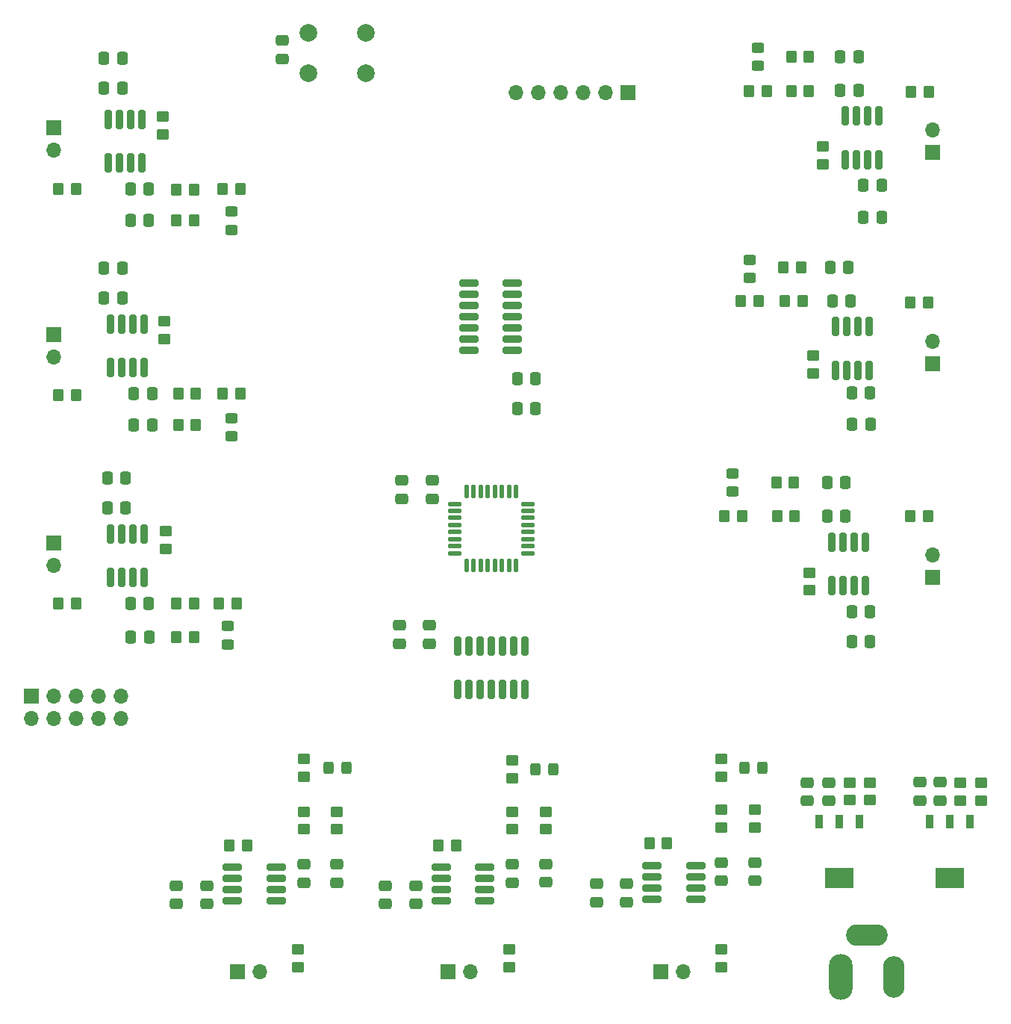
<source format=gbr>
%TF.GenerationSoftware,KiCad,Pcbnew,(6.0.11-0)*%
%TF.CreationDate,2023-11-18T01:36:25-06:00*%
%TF.ProjectId,ECE395_Digital_Target,45434533-3935-45f4-9469-676974616c5f,rev?*%
%TF.SameCoordinates,Original*%
%TF.FileFunction,Soldermask,Top*%
%TF.FilePolarity,Negative*%
%FSLAX46Y46*%
G04 Gerber Fmt 4.6, Leading zero omitted, Abs format (unit mm)*
G04 Created by KiCad (PCBNEW (6.0.11-0)) date 2023-11-18 01:36:25*
%MOMM*%
%LPD*%
G01*
G04 APERTURE LIST*
G04 Aperture macros list*
%AMRoundRect*
0 Rectangle with rounded corners*
0 $1 Rounding radius*
0 $2 $3 $4 $5 $6 $7 $8 $9 X,Y pos of 4 corners*
0 Add a 4 corners polygon primitive as box body*
4,1,4,$2,$3,$4,$5,$6,$7,$8,$9,$2,$3,0*
0 Add four circle primitives for the rounded corners*
1,1,$1+$1,$2,$3*
1,1,$1+$1,$4,$5*
1,1,$1+$1,$6,$7*
1,1,$1+$1,$8,$9*
0 Add four rect primitives between the rounded corners*
20,1,$1+$1,$2,$3,$4,$5,0*
20,1,$1+$1,$4,$5,$6,$7,0*
20,1,$1+$1,$6,$7,$8,$9,0*
20,1,$1+$1,$8,$9,$2,$3,0*%
G04 Aperture macros list end*
%ADD10RoundRect,0.250000X0.337500X0.475000X-0.337500X0.475000X-0.337500X-0.475000X0.337500X-0.475000X0*%
%ADD11RoundRect,0.250000X0.475000X-0.337500X0.475000X0.337500X-0.475000X0.337500X-0.475000X-0.337500X0*%
%ADD12R,1.700000X1.700000*%
%ADD13O,1.700000X1.700000*%
%ADD14RoundRect,0.250000X-0.450000X0.325000X-0.450000X-0.325000X0.450000X-0.325000X0.450000X0.325000X0*%
%ADD15RoundRect,0.250000X-0.337500X-0.475000X0.337500X-0.475000X0.337500X0.475000X-0.337500X0.475000X0*%
%ADD16RoundRect,0.144000X0.943000X0.258000X-0.943000X0.258000X-0.943000X-0.258000X0.943000X-0.258000X0*%
%ADD17RoundRect,0.144000X-0.258000X0.943000X-0.258000X-0.943000X0.258000X-0.943000X0.258000X0.943000X0*%
%ADD18RoundRect,0.250000X-0.350000X-0.450000X0.350000X-0.450000X0.350000X0.450000X-0.350000X0.450000X0*%
%ADD19O,2.704000X5.204000*%
%ADD20O,2.454000X4.704000*%
%ADD21O,4.704000X2.454000*%
%ADD22RoundRect,0.192000X-0.895000X-0.210000X0.895000X-0.210000X0.895000X0.210000X-0.895000X0.210000X0*%
%ADD23RoundRect,0.250000X0.450000X-0.350000X0.450000X0.350000X-0.450000X0.350000X-0.450000X-0.350000X0*%
%ADD24RoundRect,0.250000X0.350000X0.450000X-0.350000X0.450000X-0.350000X-0.450000X0.350000X-0.450000X0*%
%ADD25RoundRect,0.250000X-0.450000X0.350000X-0.450000X-0.350000X0.450000X-0.350000X0.450000X0.350000X0*%
%ADD26R,0.914400X1.600200*%
%ADD27RoundRect,0.192000X0.210000X-0.895000X0.210000X0.895000X-0.210000X0.895000X-0.210000X-0.895000X0*%
%ADD28RoundRect,0.250000X0.325000X0.450000X-0.325000X0.450000X-0.325000X-0.450000X0.325000X-0.450000X0*%
%ADD29RoundRect,0.125000X0.625000X0.125000X-0.625000X0.125000X-0.625000X-0.125000X0.625000X-0.125000X0*%
%ADD30RoundRect,0.125000X0.125000X0.625000X-0.125000X0.625000X-0.125000X-0.625000X0.125000X-0.625000X0*%
%ADD31RoundRect,0.250000X-0.475000X0.337500X-0.475000X-0.337500X0.475000X-0.337500X0.475000X0.337500X0*%
%ADD32RoundRect,0.250000X0.450000X-0.325000X0.450000X0.325000X-0.450000X0.325000X-0.450000X-0.325000X0*%
%ADD33C,2.000000*%
%ADD34RoundRect,0.144000X0.258000X-0.943000X0.258000X0.943000X-0.258000X0.943000X-0.258000X-0.943000X0*%
G04 APERTURE END LIST*
%TO.C,CR2*%
G36*
X162025600Y-131556100D02*
G01*
X158774400Y-131556100D01*
X158774400Y-129244700D01*
X162025600Y-129244700D01*
X162025600Y-131556100D01*
G37*
%TO.C,CR1*%
G36*
X149454100Y-131543400D02*
G01*
X146202900Y-131543400D01*
X146202900Y-129232000D01*
X149454100Y-129232000D01*
X149454100Y-131543400D01*
G37*
%TD*%
D10*
%TO.C,C206*%
X151337500Y-103600000D03*
X149262500Y-103600000D03*
%TD*%
D11*
%TO.C,10uF4*%
X159250000Y-121637500D03*
X159250000Y-119562500D03*
%TD*%
D12*
%TO.C,S2*%
X123925000Y-41400000D03*
D13*
X121385000Y-41400000D03*
X118845000Y-41400000D03*
X116305000Y-41400000D03*
X113765000Y-41400000D03*
X111225000Y-41400000D03*
%TD*%
D14*
%TO.C,D6*%
X135700000Y-84575000D03*
X135700000Y-86625000D03*
%TD*%
D15*
%TO.C,C234*%
X147962500Y-41100000D03*
X150037500Y-41100000D03*
%TD*%
D10*
%TO.C,C232*%
X69937500Y-75500000D03*
X67862500Y-75500000D03*
%TD*%
D16*
%TO.C,OP9*%
X131570000Y-132805000D03*
X131570000Y-131535000D03*
X131570000Y-130265000D03*
X131570000Y-128995000D03*
X126630000Y-128995000D03*
X126630000Y-130265000D03*
X126630000Y-131535000D03*
X126630000Y-132805000D03*
%TD*%
D17*
%TO.C,OP4*%
X152305000Y-44030000D03*
X151035000Y-44030000D03*
X149765000Y-44030000D03*
X148495000Y-44030000D03*
X148495000Y-48970000D03*
X149765000Y-48970000D03*
X151035000Y-48970000D03*
X152305000Y-48970000D03*
%TD*%
%TO.C,OP6*%
X150805000Y-92330000D03*
X149535000Y-92330000D03*
X148265000Y-92330000D03*
X146995000Y-92330000D03*
X146995000Y-97270000D03*
X148265000Y-97270000D03*
X149535000Y-97270000D03*
X150805000Y-97270000D03*
%TD*%
D15*
%TO.C,C212*%
X64462500Y-64700000D03*
X66537500Y-64700000D03*
%TD*%
D11*
%TO.C,10uF1*%
X144200000Y-121687500D03*
X144200000Y-119612500D03*
%TD*%
D15*
%TO.C,C235*%
X147062500Y-65000000D03*
X149137500Y-65000000D03*
%TD*%
D18*
%TO.C,R4*%
X137600000Y-41200000D03*
X139600000Y-41200000D03*
%TD*%
D19*
%TO.C,J0*%
X148000000Y-141600000D03*
D20*
X154000000Y-141600000D03*
D21*
X151000000Y-136900000D03*
%TD*%
D11*
%TO.C,C218*%
X99800000Y-133375000D03*
X99800000Y-131300000D03*
%TD*%
D22*
%TO.C,NOT1*%
X105825000Y-62990000D03*
X105825000Y-64260000D03*
X105825000Y-65530000D03*
X105825000Y-66800000D03*
X105825000Y-68070000D03*
X105825000Y-69340000D03*
X105825000Y-70610000D03*
X110775000Y-70610000D03*
X110775000Y-69340000D03*
X110775000Y-68070000D03*
X110775000Y-66800000D03*
X110775000Y-65530000D03*
X110775000Y-64260000D03*
X110775000Y-62990000D03*
%TD*%
D10*
%TO.C,C205*%
X151375000Y-79000000D03*
X149300000Y-79000000D03*
%TD*%
D23*
%TO.C,R22*%
X71300000Y-69300000D03*
X71300000Y-67300000D03*
%TD*%
D24*
%TO.C,R35*%
X157900000Y-65200000D03*
X155900000Y-65200000D03*
%TD*%
%TO.C,R29*%
X128300000Y-126500000D03*
X126300000Y-126500000D03*
%TD*%
D18*
%TO.C,R11*%
X72700000Y-52380000D03*
X74700000Y-52380000D03*
%TD*%
D10*
%TO.C,C215*%
X151337500Y-75400000D03*
X149262500Y-75400000D03*
%TD*%
%TO.C,C204*%
X152637500Y-55500000D03*
X150562500Y-55500000D03*
%TD*%
D18*
%TO.C,R33*%
X59300000Y-99300000D03*
X61300000Y-99300000D03*
%TD*%
D11*
%TO.C,C241*%
X98000000Y-103837500D03*
X98000000Y-101762500D03*
%TD*%
D23*
%TO.C,R21*%
X71100000Y-46100000D03*
X71100000Y-44100000D03*
%TD*%
D25*
%TO.C,R24*%
X146000000Y-47500000D03*
X146000000Y-49500000D03*
%TD*%
D18*
%TO.C,R5*%
X136700000Y-65000000D03*
X138700000Y-65000000D03*
%TD*%
D25*
%TO.C,R25*%
X144900000Y-71200000D03*
X144900000Y-73200000D03*
%TD*%
D15*
%TO.C,C203*%
X64862500Y-85100000D03*
X66937500Y-85100000D03*
%TD*%
D18*
%TO.C,R13*%
X72700000Y-99300000D03*
X74700000Y-99300000D03*
%TD*%
D16*
%TO.C,OP8*%
X107670000Y-133005000D03*
X107670000Y-131735000D03*
X107670000Y-130465000D03*
X107670000Y-129195000D03*
X102730000Y-129195000D03*
X102730000Y-130465000D03*
X102730000Y-131735000D03*
X102730000Y-133005000D03*
%TD*%
D26*
%TO.C,CR2*%
X162700000Y-123999600D03*
X160400000Y-123999600D03*
X158100000Y-123999600D03*
%TD*%
D15*
%TO.C,C225*%
X146825000Y-61200000D03*
X148900000Y-61200000D03*
%TD*%
D10*
%TO.C,C214*%
X152637500Y-51900000D03*
X150562500Y-51900000D03*
%TD*%
%TO.C,C233*%
X69537500Y-99300000D03*
X67462500Y-99300000D03*
%TD*%
D25*
%TO.C,R101*%
X161600000Y-119650000D03*
X161600000Y-121650000D03*
%TD*%
D11*
%TO.C,C217*%
X76100000Y-133337500D03*
X76100000Y-131262500D03*
%TD*%
%TO.C,C208*%
X96400000Y-133337500D03*
X96400000Y-131262500D03*
%TD*%
D15*
%TO.C,C211*%
X64462500Y-40900000D03*
X66537500Y-40900000D03*
%TD*%
D23*
%TO.C,R9*%
X134500000Y-118900000D03*
X134500000Y-116900000D03*
%TD*%
D15*
%TO.C,C224*%
X147962500Y-37300000D03*
X150037500Y-37300000D03*
%TD*%
D23*
%TO.C,R49*%
X138300000Y-124700000D03*
X138300000Y-122700000D03*
%TD*%
D15*
%TO.C,C202*%
X64462500Y-61300000D03*
X66537500Y-61300000D03*
%TD*%
D12*
%TO.C,J1*%
X58800000Y-45400000D03*
D13*
X58800000Y-47940000D03*
%TD*%
D12*
%TO.C,J7*%
X79600000Y-141000000D03*
D13*
X82140000Y-141000000D03*
%TD*%
D26*
%TO.C,CR1*%
X150128500Y-123986900D03*
X147828500Y-123986900D03*
X145528500Y-123986900D03*
%TD*%
D15*
%TO.C,C236*%
X146462500Y-89400000D03*
X148537500Y-89400000D03*
%TD*%
D11*
%TO.C,C207*%
X72700000Y-133337500D03*
X72700000Y-131262500D03*
%TD*%
D18*
%TO.C,R42*%
X72900000Y-79100000D03*
X74900000Y-79100000D03*
%TD*%
D23*
%TO.C,R18*%
X110800000Y-124900000D03*
X110800000Y-122900000D03*
%TD*%
D12*
%TO.C,J4*%
X158400000Y-48200000D03*
D13*
X158400000Y-45660000D03*
%TD*%
D11*
%TO.C,C300*%
X84700000Y-37537500D03*
X84700000Y-35462500D03*
%TD*%
D24*
%TO.C,R27*%
X80700000Y-126700000D03*
X78700000Y-126700000D03*
%TD*%
D14*
%TO.C,D5*%
X137700000Y-60375000D03*
X137700000Y-62425000D03*
%TD*%
D10*
%TO.C,C223*%
X69575000Y-103100000D03*
X67500000Y-103100000D03*
%TD*%
D27*
%TO.C,NOT2*%
X104590000Y-109075000D03*
X105860000Y-109075000D03*
X107130000Y-109075000D03*
X108400000Y-109075000D03*
X109670000Y-109075000D03*
X110940000Y-109075000D03*
X112210000Y-109075000D03*
X112210000Y-104125000D03*
X110940000Y-104125000D03*
X109670000Y-104125000D03*
X108400000Y-104125000D03*
X107130000Y-104125000D03*
X105860000Y-104125000D03*
X104590000Y-104125000D03*
%TD*%
D10*
%TO.C,C216*%
X151337500Y-100200000D03*
X149262500Y-100200000D03*
%TD*%
D12*
%TO.C,J5*%
X158400000Y-72100000D03*
D13*
X158400000Y-69560000D03*
%TD*%
D18*
%TO.C,R6*%
X134800000Y-89400000D03*
X136800000Y-89400000D03*
%TD*%
D15*
%TO.C,C213*%
X64862500Y-88500000D03*
X66937500Y-88500000D03*
%TD*%
%TO.C,C226*%
X146462500Y-85600000D03*
X148537500Y-85600000D03*
%TD*%
D10*
%TO.C,C221*%
X69537500Y-55900000D03*
X67462500Y-55900000D03*
%TD*%
D24*
%TO.C,R46*%
X142700000Y-85600000D03*
X140700000Y-85600000D03*
%TD*%
D12*
%TO.C,S1*%
X56260000Y-109800000D03*
D13*
X56260000Y-112340000D03*
X58800000Y-109800000D03*
X58800000Y-112340000D03*
X61340000Y-109800000D03*
X61340000Y-112340000D03*
X63880000Y-109800000D03*
X63880000Y-112340000D03*
X66420000Y-109800000D03*
X66420000Y-112340000D03*
%TD*%
D23*
%TO.C,R7*%
X87100000Y-118900000D03*
X87100000Y-116900000D03*
%TD*%
D14*
%TO.C,D4*%
X138600000Y-36275000D03*
X138600000Y-38325000D03*
%TD*%
D12*
%TO.C,J9*%
X127600000Y-141000000D03*
D13*
X130140000Y-141000000D03*
%TD*%
D16*
%TO.C,OP7*%
X83970000Y-133005000D03*
X83970000Y-131735000D03*
X83970000Y-130465000D03*
X83970000Y-129195000D03*
X79030000Y-129195000D03*
X79030000Y-130465000D03*
X79030000Y-131735000D03*
X79030000Y-133005000D03*
%TD*%
D18*
%TO.C,R43*%
X72700000Y-103100000D03*
X74700000Y-103100000D03*
%TD*%
%TO.C,R14*%
X142400000Y-41200000D03*
X144400000Y-41200000D03*
%TD*%
D28*
%TO.C,D7*%
X91950000Y-117900000D03*
X89900000Y-117900000D03*
%TD*%
D18*
%TO.C,R31*%
X59300000Y-52300000D03*
X61300000Y-52300000D03*
%TD*%
D23*
%TO.C,R48*%
X114600000Y-124900000D03*
X114600000Y-122900000D03*
%TD*%
D29*
%TO.C,U1*%
X112575000Y-93600000D03*
X112575000Y-92800000D03*
X112575000Y-92000000D03*
X112575000Y-91200000D03*
X112575000Y-90400000D03*
X112575000Y-89600000D03*
X112575000Y-88800000D03*
X112575000Y-88000000D03*
D30*
X111200000Y-86625000D03*
X110400000Y-86625000D03*
X109600000Y-86625000D03*
X108800000Y-86625000D03*
X108000000Y-86625000D03*
X107200000Y-86625000D03*
X106400000Y-86625000D03*
X105600000Y-86625000D03*
D29*
X104225000Y-88000000D03*
X104225000Y-88800000D03*
X104225000Y-89600000D03*
X104225000Y-90400000D03*
X104225000Y-91200000D03*
X104225000Y-92000000D03*
X104225000Y-92800000D03*
X104225000Y-93600000D03*
D30*
X105600000Y-94975000D03*
X106400000Y-94975000D03*
X107200000Y-94975000D03*
X108000000Y-94975000D03*
X108800000Y-94975000D03*
X109600000Y-94975000D03*
X110400000Y-94975000D03*
X111200000Y-94975000D03*
%TD*%
D31*
%TO.C,C229*%
X138300000Y-128662500D03*
X138300000Y-130737500D03*
%TD*%
D15*
%TO.C,C250*%
X111325000Y-77200000D03*
X113400000Y-77200000D03*
%TD*%
D11*
%TO.C,C219*%
X123700000Y-133137500D03*
X123700000Y-131062500D03*
%TD*%
D23*
%TO.C,R39*%
X134500000Y-140500000D03*
X134500000Y-138500000D03*
%TD*%
D18*
%TO.C,R16*%
X140800000Y-89400000D03*
X142800000Y-89400000D03*
%TD*%
D15*
%TO.C,C201*%
X64462500Y-37500000D03*
X66537500Y-37500000D03*
%TD*%
D31*
%TO.C,C242*%
X98200000Y-85362500D03*
X98200000Y-87437500D03*
%TD*%
%TO.C,C237*%
X87100000Y-128862500D03*
X87100000Y-130937500D03*
%TD*%
D28*
%TO.C,D9*%
X139125000Y-117900000D03*
X137075000Y-117900000D03*
%TD*%
D18*
%TO.C,R12*%
X72900000Y-75500000D03*
X74900000Y-75500000D03*
%TD*%
%TO.C,R2*%
X77900000Y-75500000D03*
X79900000Y-75500000D03*
%TD*%
D12*
%TO.C,J6*%
X158400000Y-96300000D03*
D13*
X158400000Y-93760000D03*
%TD*%
D11*
%TO.C,10uF2*%
X156950000Y-121637500D03*
X156950000Y-119562500D03*
%TD*%
D23*
%TO.C,R23*%
X71500000Y-93100000D03*
X71500000Y-91100000D03*
%TD*%
D18*
%TO.C,R1*%
X77900000Y-52300000D03*
X79900000Y-52300000D03*
%TD*%
D23*
%TO.C,R17*%
X87100000Y-124900000D03*
X87100000Y-122900000D03*
%TD*%
D18*
%TO.C,R41*%
X72700000Y-55900000D03*
X74700000Y-55900000D03*
%TD*%
D12*
%TO.C,J8*%
X103500000Y-141000000D03*
D13*
X106040000Y-141000000D03*
%TD*%
D32*
%TO.C,D2*%
X78900000Y-80325000D03*
X78900000Y-78275000D03*
%TD*%
D31*
%TO.C,C238*%
X110800000Y-128862500D03*
X110800000Y-130937500D03*
%TD*%
D11*
%TO.C,C251*%
X101400000Y-103837500D03*
X101400000Y-101762500D03*
%TD*%
D18*
%TO.C,R3*%
X77500000Y-99300000D03*
X79500000Y-99300000D03*
%TD*%
D33*
%TO.C,SW1*%
X87650000Y-34650000D03*
X94150000Y-34650000D03*
X94150000Y-39150000D03*
X87650000Y-39150000D03*
%TD*%
D10*
%TO.C,C222*%
X69937500Y-79100000D03*
X67862500Y-79100000D03*
%TD*%
D11*
%TO.C,10uF3*%
X146650000Y-121687500D03*
X146650000Y-119612500D03*
%TD*%
D23*
%TO.C,R47*%
X90900000Y-124900000D03*
X90900000Y-122900000D03*
%TD*%
D24*
%TO.C,R44*%
X144400000Y-37300000D03*
X142400000Y-37300000D03*
%TD*%
D34*
%TO.C,OP2*%
X65195000Y-72570000D03*
X66465000Y-72570000D03*
X67735000Y-72570000D03*
X69005000Y-72570000D03*
X69005000Y-67630000D03*
X67735000Y-67630000D03*
X66465000Y-67630000D03*
X65195000Y-67630000D03*
%TD*%
D18*
%TO.C,R32*%
X59300000Y-75700000D03*
X61300000Y-75700000D03*
%TD*%
D31*
%TO.C,C239*%
X134500000Y-128662500D03*
X134500000Y-130737500D03*
%TD*%
D23*
%TO.C,R37*%
X86500000Y-140500000D03*
X86500000Y-138500000D03*
%TD*%
D11*
%TO.C,C209*%
X120300000Y-133137500D03*
X120300000Y-131062500D03*
%TD*%
D31*
%TO.C,C228*%
X114600000Y-128825000D03*
X114600000Y-130900000D03*
%TD*%
D23*
%TO.C,R19*%
X134500000Y-124700000D03*
X134500000Y-122700000D03*
%TD*%
D31*
%TO.C,C252*%
X101725000Y-85362500D03*
X101725000Y-87437500D03*
%TD*%
%TO.C,C227*%
X90900000Y-128862500D03*
X90900000Y-130937500D03*
%TD*%
D23*
%TO.C,R8*%
X110800000Y-119100000D03*
X110800000Y-117100000D03*
%TD*%
D18*
%TO.C,R15*%
X141700000Y-65000000D03*
X143700000Y-65000000D03*
%TD*%
D28*
%TO.C,D8*%
X115425000Y-118100000D03*
X113375000Y-118100000D03*
%TD*%
D25*
%TO.C,R100*%
X149000000Y-119600000D03*
X149000000Y-121600000D03*
%TD*%
D32*
%TO.C,D3*%
X78500000Y-103925000D03*
X78500000Y-101875000D03*
%TD*%
D34*
%TO.C,OP1*%
X64995000Y-49370000D03*
X66265000Y-49370000D03*
X67535000Y-49370000D03*
X68805000Y-49370000D03*
X68805000Y-44430000D03*
X67535000Y-44430000D03*
X66265000Y-44430000D03*
X64995000Y-44430000D03*
%TD*%
D12*
%TO.C,J3*%
X58800000Y-92400000D03*
D13*
X58800000Y-94940000D03*
%TD*%
D24*
%TO.C,R36*%
X157900000Y-89400000D03*
X155900000Y-89400000D03*
%TD*%
D10*
%TO.C,C231*%
X69537500Y-52300000D03*
X67462500Y-52300000D03*
%TD*%
D24*
%TO.C,R28*%
X104400000Y-126700000D03*
X102400000Y-126700000D03*
%TD*%
D25*
%TO.C,R26*%
X144500000Y-95800000D03*
X144500000Y-97800000D03*
%TD*%
D12*
%TO.C,J2*%
X58800000Y-68800000D03*
D13*
X58800000Y-71340000D03*
%TD*%
D15*
%TO.C,C240*%
X111325000Y-73800000D03*
X113400000Y-73800000D03*
%TD*%
D17*
%TO.C,OP5*%
X151205000Y-67930000D03*
X149935000Y-67930000D03*
X148665000Y-67930000D03*
X147395000Y-67930000D03*
X147395000Y-72870000D03*
X148665000Y-72870000D03*
X149935000Y-72870000D03*
X151205000Y-72870000D03*
%TD*%
D23*
%TO.C,R38*%
X110400000Y-140500000D03*
X110400000Y-138500000D03*
%TD*%
D24*
%TO.C,R45*%
X143500000Y-61200000D03*
X141500000Y-61200000D03*
%TD*%
D32*
%TO.C,D1*%
X78900000Y-56925000D03*
X78900000Y-54875000D03*
%TD*%
D23*
%TO.C,R103*%
X163900000Y-121650000D03*
X163900000Y-119650000D03*
%TD*%
%TO.C,R102*%
X151300000Y-121600000D03*
X151300000Y-119600000D03*
%TD*%
D24*
%TO.C,R34*%
X158000000Y-41300000D03*
X156000000Y-41300000D03*
%TD*%
D34*
%TO.C,OP3*%
X65195000Y-96370000D03*
X66465000Y-96370000D03*
X67735000Y-96370000D03*
X69005000Y-96370000D03*
X69005000Y-91430000D03*
X67735000Y-91430000D03*
X66465000Y-91430000D03*
X65195000Y-91430000D03*
%TD*%
M02*

</source>
